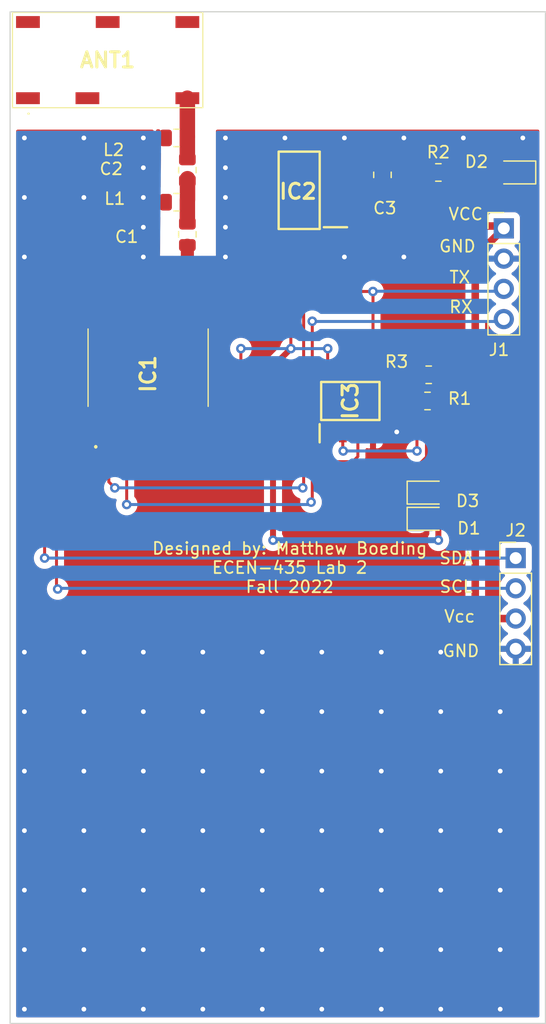
<source format=kicad_pcb>
(kicad_pcb (version 20211014) (generator pcbnew)
  (layers (0 "F.Cu" signal) (31 "B.Cu" signal) (34 "B.Paste" user) (35 "F.Paste" user) (36 "B.SilkS" user "B.Silkscreen") (37 "F.SilkS" user "F.Silkscreen") (38 "B.Mask" user) (39 "F.Mask" user) (44 "Edge.Cuts" user))
  (net 0 "")
  (net 3 "RF_IN")
  (net 7 "GND")
  (net 8 "Net-(R1-Pad1)")
  (net 9 "Net-(D2-Pad2)")
  (net 10 "Net-(D3-Pad1)")
  (net 11 "TXD")
  (net 12 "RXD")
  (net 15 "+3V3")
  (net 19 "SDA")
  (net 20 "SCL")
  (net 22 "VCC")
  (net 23 "Net-(IC3-Pad1)")
  (net 24 "Net-(IC3-Pad6)")
  (net 25 "Net-(ANT1-Pad3)")
  (net 26 "Net-(C1-Pad2)")
  (footprint "Resistor_SMD:R_0805_2012Metric" (layer "F.Cu") (at 124.7 57.9 -90)
    (fp_text reference "C3" (at 2.8 -0.2 180) (layer "F.SilkS"))
    (fp_text value "C")
    (fp_line (start -0.227064 0.735) (end 0.227064 0.735) (layer "F.SilkS") (width 0.12))
    (fp_line (start -0.227064 -0.735) (end 0.227064 -0.735) (layer "F.SilkS") (width 0.12))
    (pad "1" smd roundrect (at -0.9125 0 270) (size 1.025 1.4) (layers "F.Cu" "F.Paste" "F.Mask") (roundrect_rratio 0.243902439) (net 15 "+3V3"))
    (pad "2" smd roundrect (at 0.9125 0 270) (size 1.025 1.4) (layers "F.Cu" "F.Paste" "F.Mask") (roundrect_rratio 0.243902439) (net 7 "GND"))
  )
  (footprint "Connector_PinHeader_2.54mm:PinHeader_1x04_P2.54mm_Vertical" (layer "F.Cu") (at 134.9 62.4)
    (fp_text reference "J1" (at -0.4 10.2) (layer "F.SilkS"))
    (fp_text value "Conn_01x04_Male" hide)
    (fp_line (start 1.33 1.27) (end 1.33 8.95) (layer "F.SilkS") (width 0.12))
    (fp_line (start -1.33 0) (end -1.33 -1.33) (layer "F.SilkS") (width 0.12))
    (fp_line (start -1.33 8.95) (end 1.33 8.95) (layer "F.SilkS") (width 0.12))
    (fp_line (start -1.33 -1.33) (end 0 -1.33) (layer "F.SilkS") (width 0.12))
    (fp_line (start -1.33 1.27) (end 1.33 1.27) (layer "F.SilkS") (width 0.12))
    (fp_line (start -1.33 1.27) (end -1.33 8.95) (layer "F.SilkS") (width 0.12))
    (pad "1" thru_hole rect (at 0 0) (size 1.7 1.7) (drill 1) (layers *.Cu *.Mask) (net 22 "VCC"))
    (pad "2" thru_hole oval (at 0 2.54) (size 1.7 1.7) (drill 1) (layers *.Cu *.Mask) (net 7 "GND"))
    (pad "3" thru_hole oval (at 0 5.08) (size 1.7 1.7) (drill 1) (layers *.Cu *.Mask) (net 11 "TXD"))
    (pad "4" thru_hole oval (at 0 7.62) (size 1.7 1.7) (drill 1) (layers *.Cu *.Mask) (net 12 "RXD"))
  )
  (footprint "Resistor_SMD:R_0805_2012Metric" (layer "F.Cu") (at 108.3 57.5 90)
    (fp_text reference "C2" (at 0.1 -6.4 180) (layer "F.SilkS"))
    (fp_text value "C")
    (fp_line (start -0.227064 0.735) (end 0.227064 0.735) (layer "F.SilkS") (width 0.12))
    (fp_line (start -0.227064 -0.735) (end 0.227064 -0.735) (layer "F.SilkS") (width 0.12))
    (pad "1" smd roundrect (at -0.9125 0 90) (size 1.025 1.4) (layers "F.Cu" "F.Paste" "F.Mask") (roundrect_rratio 0.243902439) (net 26 "Net-(C1-Pad2)"))
    (pad "2" smd roundrect (at 0.9125 0 90) (size 1.025 1.4) (layers "F.Cu" "F.Paste" "F.Mask") (roundrect_rratio 0.243902439) (net 25 "Net-(ANT1-Pad3)"))
  )
  (footprint "Resistor_SMD:R_0805_2012Metric" (layer "F.Cu") (at 107.4 54.8 180)
    (fp_text reference "L2" (at 5.3 -1 180) (layer "F.SilkS"))
    (fp_text value "INDUCTOR")
    (fp_line (start -0.227064 -0.735) (end 0.227064 -0.735) (layer "F.SilkS") (width 0.12))
    (fp_line (start -0.227064 0.735) (end 0.227064 0.735) (layer "F.SilkS") (width 0.12))
    (pad "1" smd roundrect (at -0.9125 0 180) (size 1.025 1.4) (layers "F.Cu" "F.Paste" "F.Mask") (roundrect_rratio 0.243902439) (net 25 "Net-(ANT1-Pad3)"))
    (pad "2" smd roundrect (at 0.9125 0 180) (size 1.025 1.4) (layers "F.Cu" "F.Paste" "F.Mask") (roundrect_rratio 0.243902439) (net 7 "GND"))
  )
  (footprint "Connector_PinHeader_2.54mm:PinHeader_1x04_P2.54mm_Vertical" (layer "F.Cu") (at 135.9 90.1)
    (fp_text reference "J2" (at 0 -2.33) (layer "F.SilkS"))
    (fp_text value "Conn_01x04_Male")
    (fp_line (start 1.33 1.27) (end 1.33 8.95) (layer "F.SilkS") (width 0.12))
    (fp_line (start -1.33 8.95) (end 1.33 8.95) (layer "F.SilkS") (width 0.12))
    (fp_line (start -1.33 1.27) (end 1.33 1.27) (layer "F.SilkS") (width 0.12))
    (fp_line (start -1.33 1.27) (end -1.33 8.95) (layer "F.SilkS") (width 0.12))
    (fp_line (start -1.33 -1.33) (end 0 -1.33) (layer "F.SilkS") (width 0.12))
    (fp_line (start -1.33 0) (end -1.33 -1.33) (layer "F.SilkS") (width 0.12))
    (pad "1" thru_hole rect (at 0 0) (size 1.7 1.7) (drill 1) (layers *.Cu *.Mask) (net 19 "SDA"))
    (pad "2" thru_hole oval (at 0 2.54) (size 1.7 1.7) (drill 1) (layers *.Cu *.Mask) (net 20 "SCL"))
    (pad "3" thru_hole oval (at 0 5.08) (size 1.7 1.7) (drill 1) (layers *.Cu *.Mask) (net 22 "VCC"))
    (pad "4" thru_hole oval (at 0 7.62) (size 1.7 1.7) (drill 1) (layers *.Cu *.Mask) (net 7 "GND"))
  )
  (footprint "LED_SMD:LED_0805_2012Metric" (layer "F.Cu") (at 128.4625 86.8)
    (fp_text reference "D1" (at 3.499994 0.800004) (layer "F.SilkS"))
    (fp_text value "LED" hide)
    (fp_line (start -1.685 -0.96) (end -1.685 0.96) (layer "F.SilkS") (width 0.12))
    (fp_line (start -1.685 0.96) (end 1 0.96) (layer "F.SilkS") (width 0.12))
    (fp_line (start 1 -0.96) (end -1.685 -0.96) (layer "F.SilkS") (width 0.12))
    (pad "1" smd roundrect (at -0.9375 0) (size 0.975 1.4) (layers "F.Cu" "F.Paste" "F.Mask") (net 8 "Net-(R1-Pad1)"))
    (pad "2" smd roundrect (at 0.9375 0) (size 0.975 1.4) (layers "F.Cu" "F.Paste" "F.Mask") (net 15 "+3V3"))
  )
  (footprint "Resistor_SMD:R_0805_2012Metric" (layer "F.Cu") (at 129.4 57.7)
    (fp_text reference "R2" (at 0 -1.7) (layer "F.SilkS"))
    (fp_text value "R" hide)
    (fp_line (start -0.227064 0.735) (end 0.227064 0.735) (layer "F.SilkS") (width 0.12))
    (fp_line (start -0.227064 -0.735) (end 0.227064 -0.735) (layer "F.SilkS") (width 0.12))
    (pad "1" smd roundrect (at -0.9125 0) (size 1.025 1.4) (layers "F.Cu" "F.Paste" "F.Mask") (roundrect_rratio 0.243902439) (net 15 "+3V3"))
    (pad "2" smd roundrect (at 0.9125 0) (size 1.025 1.4) (layers "F.Cu" "F.Paste" "F.Mask") (roundrect_rratio 0.243902439) (net 9 "Net-(D2-Pad2)"))
  )
  (footprint "Resistor_SMD:R_0805_2012Metric" (layer "F.Cu") (at 107.4 60.2 180)
    (fp_text reference "L1" (at 5.2 0.3 180) (layer "F.SilkS"))
    (fp_text value "INDUCTOR")
    (fp_line (start -0.227064 0.735) (end 0.227064 0.735) (layer "F.SilkS") (width 0.12))
    (fp_line (start -0.227064 -0.735) (end 0.227064 -0.735) (layer "F.SilkS") (width 0.12))
    (pad "1" smd roundrect (at -0.9125 0 180) (size 1.025 1.4) (layers "F.Cu" "F.Paste" "F.Mask") (roundrect_rratio 0.243902439) (net 26 "Net-(C1-Pad2)"))
    (pad "2" smd roundrect (at 0.9125 0 180) (size 1.025 1.4) (layers "F.Cu" "F.Paste" "F.Mask") (roundrect_rratio 0.243902439) (net 7 "GND"))
  )
  (footprint "LED_SMD:LED_0805_2012Metric" (layer "F.Cu") (at 128.4625 84.6)
    (fp_text reference "D3" (at 3.399994 0.7) (layer "F.SilkS"))
    (fp_text value "LED" hide)
    (fp_line (start -1.685 0.96) (end 1 0.96) (layer "F.SilkS") (width 0.12))
    (fp_line (start 1 -0.96) (end -1.685 -0.96) (layer "F.SilkS") (width 0.12))
    (fp_line (start -1.685 -0.96) (end -1.685 0.96) (layer "F.SilkS") (width 0.12))
    (pad "1" smd roundrect (at -0.9375 0) (size 0.975 1.4) (layers "F.Cu" "F.Paste" "F.Mask") (net 10 "Net-(D3-Pad1)"))
    (pad "2" smd roundrect (at 0.9375 0) (size 0.975 1.4) (layers "F.Cu" "F.Paste" "F.Mask") (net 15 "+3V3"))
  )
  (footprint "LibraryLoader:MAX8C0" (layer "F.Cu") (at 105 74.1 -90)
    (fp_text reference "IC1" (at 0.525 0 90) (layer "F.SilkS") (effects (font (size 1.27 1.27) (thickness 0.254))))
    (fp_text value "MAX-8C-0" hide)
    (fp_line (start -3.25 5.05) (end 3.25 5.05) (layer "F.SilkS") (width 0.1))
    (fp_line (start 3.25 -5.05) (end 3.25 -5.05) (layer "F.SilkS") (width 0.1))
    (fp_line (start 6.7 4.4) (end 6.7 4.4) (layer "F.SilkS") (width 0.2))
    (fp_line (start 3.25 5.05) (end -3.25 5.05) (layer "F.SilkS") (width 0.1))
    (fp_line (start 6.6 4.4) (end 6.7 4.4) (layer "F.SilkS") (width 0.2))
    (fp_line (start -3.25 -5.05) (end 3.25 -5.05) (layer "F.SilkS") (width 0.1))
    (fp_line (start 3.25 5.05) (end 3.25 5.05) (layer "F.SilkS") (width 0.1))
    (fp_line (start -3.25 -5.05) (end -3.25 -5.05) (layer "F.SilkS") (width 0.1))
    (fp_line (start 6.6 4.4) (end 6.6 4.4) (layer "F.SilkS") (width 0.2))
    (fp_line (start -3.25 5.05) (end -3.25 5.05) (layer "F.SilkS") (width 0.1))
    (fp_line (start 3.25 -5.05) (end -3.25 -5.05) (layer "F.SilkS") (width 0.1))
    (fp_arc (start 6.7 4.4) (mid 6.65 4.45) (end 6.6 4.4) (layer "F.SilkS") (width 0.2))
    (fp_arc (start 6.6 4.4) (mid 6.65 4.35) (end 6.7 4.4) (layer "F.SilkS") (width 0.2))
    (pad "1" smd rect locked (at 4.75 4.4) (size 0.8 1.8) (layers "F.Cu" "F.Paste" "F.Mask") (net 7 "GND"))
    (pad "2" smd rect locked (at 4.75 3.3) (size 0.8 1.8) (layers "F.Cu" "F.Paste" "F.Mask") (net 11 "TXD"))
    (pad "3" smd rect locked (at 4.75 2.2) (size 0.8 1.8) (layers "F.Cu" "F.Paste" "F.Mask") (net 12 "RXD"))
    (pad "4" smd rect locked (at 4.75 1.1) (size 0.8 1.8) (layers "F.Cu" "F.Paste" "F.Mask"))
    (pad "5" smd rect locked (at 4.75 0) (size 0.8 1.8) (layers "F.Cu" "F.Paste" "F.Mask"))
    (pad "6" smd rect locked (at 4.75 -1.1) (size 0.8 1.8) (layers "F.Cu" "F.Paste" "F.Mask") (net 15 "+3V3"))
    (pad "7" smd rect locked (at 4.75 -2.2) (size 0.8 1.8) (layers "F.Cu" "F.Paste" "F.Mask") (net 15 "+3V3"))
    (pad "8" smd rect locked (at 4.75 -3.3) (size 0.8 1.8) (layers "F.Cu" "F.Paste" "F.Mask") (net 15 "+3V3"))
    (pad "9" smd rect locked (at 4.75 -4.4) (size 0.8 1.8) (layers "F.Cu" "F.Paste" "F.Mask"))
    (pad "10" smd rect locked (at -4.75 -4.4) (size 0.8 1.8) (layers "F.Cu" "F.Paste" "F.Mask") (net 7 "GND"))
    (pad "11" smd rect locked (at -4.75 -3.3) (size 0.8 1.8) (layers "F.Cu" "F.Paste" "F.Mask") (net 3 "RF_IN"))
    (pad "12" smd rect locked (at -4.75 -2.2) (size 0.8 1.8) (layers "F.Cu" "F.Paste" "F.Mask") (net 7 "GND"))
    (pad "13" smd rect locked (at -4.75 -1.1) (size 0.8 1.8) (layers "F.Cu" "F.Paste" "F.Mask"))
    (pad "14" smd rect locked (at -4.75 0) (size 0.8 1.8) (layers "F.Cu" "F.Paste" "F.Mask"))
    (pad "15" smd rect locked (at -4.75 1.1) (size 0.8 1.8) (layers "F.Cu" "F.Paste" "F.Mask") (net 7 "GND"))
    (pad "16" smd rect locked (at -4.75 2.2) (size 0.8 1.8) (layers "F.Cu" "F.Paste" "F.Mask") (net 19 "SDA"))
    (pad "17" smd rect locked (at -4.75 3.3) (size 0.8 1.8) (layers "F.Cu" "F.Paste" "F.Mask") (net 20 "SCL"))
    (pad "18" smd rect locked (at -4.75 4.4) (size 0.8 1.8) (layers "F.Cu" "F.Paste" "F.Mask"))
  )
  (footprint "LED_SMD:LED_0805_2012Metric" (layer "F.Cu") (at 135.9 57.7 180)
    (fp_text reference "D2" (at 3.299995 0.900012) (layer "F.SilkS"))
    (fp_text value "LED" hide)
    (fp_line (start -1.685 0.96) (end 1 0.96) (layer "F.SilkS") (width 0.12))
    (fp_line (start 1 -0.96) (end -1.685 -0.96) (layer "F.SilkS") (width 0.12))
    (fp_line (start -1.685 -0.96) (end -1.685 0.96) (layer "F.SilkS") (width 0.12))
    (pad "1" smd roundrect (at -0.9375 0 180) (size 0.975 1.4) (layers "F.Cu" "F.Paste" "F.Mask") (net 7 "GND"))
    (pad "2" smd roundrect (at 0.9375 0 180) (size 0.975 1.4) (layers "F.Cu" "F.Paste" "F.Mask") (net 9 "Net-(D2-Pad2)"))
  )
  (footprint "LibraryLoader:SOIC127P600X175-8N" (layer "F.Cu") (at 122 76.9 90)
    (fp_text reference "IC3" (at 0 0 90) (layer "F.SilkS") (effects (font (size 1.27 1.27) (thickness 0.254))))
    (fp_text value "LM358D" hide)
    (fp_line (start 1.598 2.452) (end -1.598 2.452) (layer "F.SilkS") (width 0.2))
    (fp_line (start 1.598 -2.452) (end 1.598 2.452) (layer "F.SilkS") (width 0.2))
    (fp_line (start -1.598 2.452) (end -1.598 -2.452) (layer "F.SilkS") (width 0.2))
    (fp_line (start -1.598 -2.452) (end 1.598 -2.452) (layer "F.SilkS") (width 0.2))
    (fp_line (start -3.475 -2.58) (end -1.948 -2.58) (layer "F.SilkS") (width 0.2))
    (pad "1" smd rect locked (at -2.711 -1.905 180) (size 0.65 1.528) (layers "F.Cu" "F.Paste" "F.Mask") (net 23 "Net-(IC3-Pad1)"))
    (pad "2" smd rect locked (at -2.711 -0.635 180) (size 0.65 1.528) (layers "F.Cu" "F.Paste" "F.Mask") (net 23 "Net-(IC3-Pad1)"))
    (pad "3" smd rect locked (at -2.711 0.635 180) (size 0.65 1.528) (layers "F.Cu" "F.Paste" "F.Mask") (net 12 "RXD"))
    (pad "4" smd rect locked (at -2.711 1.905 180) (size 0.65 1.528) (layers "F.Cu" "F.Paste" "F.Mask") (net 7 "GND"))
    (pad "5" smd rect locked (at 2.711 1.905 180) (size 0.65 1.528) (layers "F.Cu" "F.Paste" "F.Mask") (net 11 "TXD"))
    (pad "6" smd rect locked (at 2.711 0.635 180) (size 0.65 1.528) (layers "F.Cu" "F.Paste" "F.Mask") (net 24 "Net-(IC3-Pad6)"))
    (pad "7" smd rect locked (at 2.711 -0.635 180) (size 0.65 1.528) (layers "F.Cu" "F.Paste" "F.Mask") (net 24 "Net-(IC3-Pad6)"))
    (pad "8" smd rect locked (at 2.711 -1.905 180) (size 0.65 1.528) (layers "F.Cu" "F.Paste" "F.Mask") (net 15 "+3V3"))
  )
  (footprint "LibraryLoader:SR4G053" (layer "F.Cu") (at 101.6 48.26)
    (fp_text reference "ANT1" (at 0 0) (layer "F.SilkS") (effects (font (size 1.27 1.27) (thickness 0.254))))
    (fp_text value "SR4G053" hide)
    (fp_line (start 8 4) (end -8 4) (layer "F.SilkS") (width 0.1))
    (fp_line (start -6.6 4.5) (end -6.6 4.5) (layer "F.SilkS") (width 0.1))
    (fp_line (start 8 -4) (end 8 4) (layer "F.SilkS") (width 0.1))
    (fp_line (start -8 -4) (end 8 -4) (layer "F.SilkS") (width 0.1))
    (fp_line (start -6.7 4.5) (end -6.7 4.5) (layer "F.SilkS") (width 0.1))
    (fp_line (start -8 4) (end -8 -4) (layer "F.SilkS") (width 0.1))
    (fp_arc (start -6.7 4.5) (mid -6.65 4.45) (end -6.6 4.5) (layer "F.SilkS") (width 0.1))
    (fp_arc (start -6.6 4.5) (mid -6.65 4.55) (end -6.7 4.5) (layer "F.SilkS") (width 0.1))
    (pad "1" smd rect locked (at -6.7 3.2 90) (size 1 2) (layers "F.Cu" "F.Paste" "F.Mask"))
    (pad "2" smd rect locked (at -1.7 3.2 90) (size 1 2) (layers "F.Cu" "F.Paste" "F.Mask"))
    (pad "3" smd rect locked (at 6.7 3.2 90) (size 1 2) (layers "F.Cu" "F.Paste" "F.Mask") (net 25 "Net-(ANT1-Pad3)"))
    (pad "4" smd rect locked (at 6.7 -3.2 90) (size 1 2) (layers "F.Cu" "F.Paste" "F.Mask"))
    (pad "5" smd rect locked (at 0 -3.2 90) (size 1 2) (layers "F.Cu" "F.Paste" "F.Mask"))
    (pad "6" smd rect locked (at -6.7 -3.2 90) (size 1 2) (layers "F.Cu" "F.Paste" "F.Mask"))
  )
  (footprint "Resistor_SMD:R_0805_2012Metric" (layer "F.Cu") (at 128.5875 74.7)
    (fp_text reference "R3" (at -2.7 -1.1) (layer "F.SilkS"))
    (fp_text value "R" hide)
    (fp_line (start -0.227064 0.735) (end 0.227064 0.735) (layer "F.SilkS") (width 0.12))
    (fp_line (start -0.227064 -0.735) (end 0.227064 -0.735) (layer "F.SilkS") (width 0.12))
    (pad "1" smd roundrect (at -0.9125 0) (size 1.025 1.4) (layers "F.Cu" "F.Paste" "F.Mask") (roundrect_rratio 0.243902439) (net 24 "Net-(IC3-Pad6)"))
    (pad "2" smd roundrect (at 0.9125 0) (size 1.025 1.4) (layers "F.Cu" "F.Paste" "F.Mask") (roundrect_rratio 0.243902439) (net 10 "Net-(D3-Pad1)"))
  )
  (footprint "Resistor_SMD:R_0805_2012Metric" (layer "F.Cu") (at 128.4875 76.9 180)
    (fp_text reference "R1" (at -2.7 0.2) (layer "F.SilkS"))
    (fp_text value "R" hide)
    (fp_line (start -0.227064 -0.735) (end 0.227064 -0.735) (layer "F.SilkS") (width 0.12))
    (fp_line (start -0.227064 0.735) (end 0.227064 0.735) (layer "F.SilkS") (width 0.12))
    (pad "1" smd roundrect (at -0.9125 0 180) (size 1.025 1.4) (layers "F.Cu" "F.Paste" "F.Mask") (roundrect_rratio 0.243902439) (net 8 "Net-(R1-Pad1)"))
    (pad "2" smd roundrect (at 0.9125 0 180) (size 1.025 1.4) (layers "F.Cu" "F.Paste" "F.Mask") (roundrect_rratio 0.243902439) (net 23 "Net-(IC3-Pad1)"))
  )
  (footprint "LibraryLoader:SOT230P700X180-4N" (layer "F.Cu") (at 117.7 59.2 180)
    (fp_text reference "IC2" (at 0.1 -0.1) (layer "F.SilkS") (effects (font (size 1.27 1.27) (thickness 0.254))))
    (fp_text value "TC1108-3.3VDBTR" hide)
    (fp_line (start -1.725 -3.25) (end 1.725 -3.25) (layer "F.SilkS") (width 0.2))
    (fp_line (start 1.725 -3.25) (end 1.725 3.25) (layer "F.SilkS") (width 0.2))
    (fp_line (start -1.725 3.25) (end -1.725 -3.25) (layer "F.SilkS") (width 0.2))
    (fp_line (start -4.025 -3.1) (end -2.075 -3.1) (layer "F.SilkS") (width 0.2))
    (fp_line (start 1.725 3.25) (end -1.725 3.25) (layer "F.SilkS") (width 0.2))
    (pad "1" smd rect locked (at -3.05 -2.3 270) (size 0.9 1.95) (layers "F.Cu" "F.Paste" "F.Mask") (net 22 "VCC"))
    (pad "2" smd rect locked (at -3.05 0 270) (size 0.9 1.95) (layers "F.Cu" "F.Paste" "F.Mask") (net 7 "GND"))
    (pad "3" smd rect locked (at -3.05 2.3 270) (size 0.9 1.95) (layers "F.Cu" "F.Paste" "F.Mask") (net 15 "+3V3"))
    (pad "4" smd rect locked (at 3.05 0 180) (size 1.95 3.2) (layers "F.Cu" "F.Paste" "F.Mask") (net 7 "GND"))
  )
  (footprint "Resistor_SMD:R_0805_2012Metric" (layer "F.Cu") (at 108.3 62.9 90)
    (fp_text reference "C1" (at -0.2 -5.1 180) (layer "F.SilkS"))
    (fp_text value "C")
    (fp_line (start -0.227064 -0.735) (end 0.227064 -0.735) (layer "F.SilkS") (width 0.12))
    (fp_line (start -0.227064 0.735) (end 0.227064 0.735) (layer "F.SilkS") (width 0.12))
    (pad "1" smd roundrect (at -0.9125 0 90) (size 1.025 1.4) (layers "F.Cu" "F.Paste" "F.Mask") (roundrect_rratio 0.243902439) (net 3 "RF_IN"))
    (pad "2" smd roundrect (at 0.9125 0 90) (size 1.025 1.4) (layers "F.Cu" "F.Paste" "F.Mask") (roundrect_rratio 0.243902439) (net 26 "Net-(C1-Pad2)"))
  )
  (gr_rect (start 93.4 44.2) (end 138.4 129.2) (layer "Edge.Cuts") (width 0.1) (fill none))
  (gr_text "GND" (at 131.3 97.9) (layer "F.SilkS") (effects (font (size 1 1))))
  (gr_text "SDA" (at 130.9 90.1) (layer "F.SilkS") (effects (font (size 1 1))))
  (gr_text "Designed by: Matthew Boeding\nECEN-435 Lab 2\nFall 2022" (at 116.9 90.9) (layer "F.SilkS") (effects (font (size 1 1))))
  (gr_text "VCC" (at 131.7 61.2) (layer "F.SilkS") (effects (font (size 1 1))))
  (gr_text "GND" (at 131 63.9) (layer "F.SilkS") (effects (font (size 1 1))))
  (gr_text "Vcc" (at 131.186263 95) (layer "F.SilkS") (effects (font (size 1 1))))
  (gr_text "RX" (at 131.3 69) (layer "F.SilkS") (effects (font (size 1 1))))
  (gr_text "SCL" (at 130.9 92.5) (layer "F.SilkS") (effects (font (size 1 1))))
  (gr_text "TX" (at 131.2 66.5) (layer "F.SilkS") (effects (font (size 1 1))))
  (segment (start 108.300012 69.349988) (end 108.300005 69.349995) (width 0.635) (layer "F.Cu") (net 3))
  (segment (start 108.300012 63.812496) (end 108.300012 69.349988) (width 1.1) (layer "F.Cu") (net 3))
  (segment (start 106.4875 60.2) (end 105.8 60.8875) (width 0.25) (layer "F.Cu") (net 7))
  (segment (start 105.8 60.8875) (end 105.8 54.2) (width 0.25) (layer "F.Cu") (net 7))
  (segment (start 105.8 54.2) (end 105.8875 54.2) (width 0.25) (layer "F.Cu") (net 7))
  (segment (start 124.3125 59.2) (end 124.7 58.8125) (width 0.25) (layer "F.Cu") (net 7))
  (segment (start 120.75 59.2) (end 124.3125 59.2) (width 0.25) (layer "F.Cu") (net 7))
  (segment (start 105.8875 54.2) (end 106.4875 54.8) (width 0.25) (layer "F.Cu") (net 7))
  (via (at 136.5 54.8) (size 0.8) (drill 0.4) (layers "F.Cu" "B.Cu") (net 7))
  (via (at 124.6 113) (size 0.8) (drill 0.4) (layers "F.Cu" "B.Cu") (net 7))
  (via (at 109.6 108) (size 0.8) (drill 0.4) (layers "F.Cu" "B.Cu") (net 7))
  (via (at 94.6 128) (size 0.8) (drill 0.4) (layers "F.Cu" "B.Cu") (net 7))
  (via (at 109.6 113) (size 0.8) (drill 0.4) (layers "F.Cu" "B.Cu") (net 7))
  (via (at 104.6 118) (size 0.8) (drill 0.4) (layers "F.Cu" "B.Cu") (net 7))
  (via (at 111.5 59.8) (size 0.8) (drill 0.4) (layers "F.Cu" "B.Cu") (net 7))
  (via (at 94.6 113) (size 0.8) (drill 0.4) (layers "F.Cu" "B.Cu") (net 7))
  (via (at 99.6 54.8) (size 0.8) (drill 0.4) (layers "F.Cu" "B.Cu") (net 7))
  (via (at 126.5 54.8) (size 0.8) (drill 0.4) (layers "F.Cu" "B.Cu") (net 7))
  (via (at 121.5 64.8) (size 0.8) (drill 0.4) (layers "F.Cu" "B.Cu") (net 7))
  (via (at 134.6 128) (size 0.8) (drill 0.4) (layers "F.Cu" "B.Cu") (net 7))
  (via (at 99.6 123) (size 0.8) (drill 0.4) (layers "F.Cu" "B.Cu") (net 7))
  (via (at 124.6 118) (size 0.8) (drill 0.4) (layers "F.Cu" "B.Cu") (net 7))
  (via (at 94.6 54.8) (size 0.8) (drill 0.4) (layers "F.Cu" "B.Cu") (net 7))
  (via (at 119.6 113) (size 0.8) (drill 0.4) (layers "F.Cu" "B.Cu") (net 7))
  (via (at 129.6 123) (size 0.8) (drill 0.4) (layers "F.Cu" "B.Cu") (net 7))
  (via (at 104.6 59.8) (size 0.8) (drill 0.4) (layers "F.Cu" "B.Cu") (net 7))
  (via (at 109.6 128) (size 0.8) (drill 0.4) (layers "F.Cu" "B.Cu") (net 7))
  (via (at 99.6 98) (size 0.8) (drill 0.4) (layers "F.Cu" "B.Cu") (net 7))
  (via (at 119.6 98) (size 0.8) (drill 0.4) (layers "F.Cu" "B.Cu") (net 7))
  (via (at 109.6 103) (size 0.8) (drill 0.4) (layers "F.Cu" "B.Cu") (net 7))
  (via (at 134.6 123) (size 0.8) (drill 0.4) (layers "F.Cu" "B.Cu") (net 7))
  (via (at 114.6 108) (size 0.8) (drill 0.4) (layers "F.Cu" "B.Cu") (net 7))
  (via (at 104.6 98) (size 0.8) (drill 0.4) (layers "F.Cu" "B.Cu") (net 7))
  (via (at 94.6 98) (size 0.8) (drill 0.4) (layers "F.Cu" "B.Cu") (net 7))
  (via (at 111.5 54.8) (size 0.8) (drill 0.4) (layers "F.Cu" "B.Cu") (net 7))
  (via (at 124.6 108) (size 0.8) (drill 0.4) (layers "F.Cu" "B.Cu") (net 7))
  (via (at 114.6 128) (size 0.8) (drill 0.4) (layers "F.Cu" "B.Cu") (net 7))
  (via (at 104.6 103) (size 0.8) (drill 0.4) (layers "F.Cu" "B.Cu") (net 7))
  (via (at 129.6 103) (size 0.8) (drill 0.4) (layers "F.Cu" "B.Cu") (net 7))
  (via (at 99.6 113) (size 0.8) (drill 0.4) (layers "F.Cu" "B.Cu") (net 7))
  (via (at 104.6 62.3) (size 0.8) (drill 0.4) (layers "F.Cu" "B.Cu") (net 7))
  (via (at 104.6 57.3) (size 0.8) (drill 0.4) (layers "F.Cu" "B.Cu") (net 7))
  (via (at 111.5 62.3) (size 0.8) (drill 0.4) (layers "F.Cu" "B.Cu") (net 7))
  (via (at 109.6 118) (size 0.8) (drill 0.4) (layers "F.Cu" "B.Cu") (net 7))
  (via (at 104.6 54.8) (size 0.8) (drill 0.4) (layers "F.Cu" "B.Cu") (net 7))
  (via (at 94.6 59.8) (size 0.8) (drill 0.4) (layers "F.Cu" "B.Cu") (net 7))
  (via (at 114.6 103) (size 0.8) (drill 0.4) (layers "F.Cu" "B.Cu") (net 7))
  (via (at 119.6 118) (size 0.8) (drill 0.4) (layers "F.Cu" "B.Cu") (net 7))
  (via (at 119.6 108) (size 0.8) (drill 0.4) (layers "F.Cu" "B.Cu") (net 7))
  (via (at 129.6 118) (size 0.8) (drill 0.4) (layers "F.Cu" "B.Cu") (net 7))
  (via (at 94.6 108) (size 0.8) (drill 0.4) (layers "F.Cu" "B.Cu") (net 7))
  (via (at 124.6 128) (size 0.8) (drill 0.4) (layers "F.Cu" "B.Cu") (net 7))
  (via (at 111.5 57.3) (size 0.8) (drill 0.4) (layers "F.Cu" "B.Cu") (net 7))
  (via (at 114.6 98) (size 0.8) (drill 0.4) (layers "F.Cu" "B.Cu") (net 7))
  (via (at 114.6 113) (size 0.8) (drill 0.4) (layers "F.Cu" "B.Cu") (net 7))
  (via (at 99.6 118) (size 0.8) (drill 0.4) (layers "F.Cu" "B.Cu") (net 7))
  (via (at 129.6 113) (size 0.8) (drill 0.4) (layers "F.Cu" "B.Cu") (net 7))
  (via (at 94.6 64.8) (size 0.8) (drill 0.4) (layers "F.Cu" "B.Cu") (net 7))
  (via (at 99.6 59.8) (size 0.8) (drill 0.4) (layers "F.Cu" "B.Cu") (net 7))
  (via (at 94.6 103) (size 0.8) (drill 0.4) (layers "F.Cu" "B.Cu") (net 7))
  (via (at 119.6 123) (size 0.8) (drill 0.4) (layers "F.Cu" "B.Cu") (net 7))
  (via (at 99.6 128) (size 0.8) (drill 0.4) (layers "F.Cu" "B.Cu") (net 7))
  (via (at 124.6 98) (size 0.8) (drill 0.4) (layers "F.Cu" "B.Cu") (net 7))
  (via (at 94.6 118) (size 0.8) (drill 0.4) (layers "F.Cu" "B.Cu") (net 7))
  (via (at 104.6 113) (size 0.8) (drill 0.4) (layers "F.Cu" "B.Cu") (net 7))
  (via (at 104.6 64.8) (size 0.8) (drill 0.4) (layers "F.Cu" "B.Cu") (net 7))
  (via (at 124.6 103) (size 0.8) (drill 0.4) (layers "F.Cu" "B.Cu") (net 7))
  (via (at 129.6 98) (size 0.8) (drill 0.4) (layers "F.Cu" "B.Cu") (net 7))
  (via (at 104.6 108) (size 0.8) (drill 0.4) (layers "F.Cu" "B.Cu") (net 7))
  (via (at 94.6 123) (size 0.8) (drill 0.4) (layers "F.Cu" "B.Cu") (net 7))
  (via (at 134.6 118) (size 0.8) (drill 0.4) (layers "F.Cu" "B.Cu") (net 7))
  (via (at 121.5 54.8) (size 0.8) (drill 0.4) (layers "F.Cu" "B.Cu") (net 7))
  (via (at 129.6 108) (size 0.8) (drill 0.4) (layers "F.Cu" "B.Cu") (net 7))
  (via (at 125.9 79.5) (size 0.8) (drill 0.4) (layers "F.Cu" "B.Cu") (net 7))
  (via (at 111.5 64.8) (size 0.8) (drill 0.4) (layers "F.Cu" "B.Cu") (net 7))
  (via (at 126.5 64.8) (size 0.8) (drill 0.4) (layers "F.Cu" "B.Cu") (net 7))
  (via (at 99.6 103) (size 0.8) (drill 0.4) (layers "F.Cu" "B.Cu") (net 7))
  (via (at 119.6 128) (size 0.8) (drill 0.4) (layers "F.Cu" "B.Cu") (net 7))
  (via (at 109.6 123) (size 0.8) (drill 0.4) (layers "F.Cu" "B.Cu") (net 7))
  (via (at 104.6 128) (size 0.8) (drill 0.4) (layers "F.Cu" "B.Cu") (net 7))
  (via (at 134.6 108) (size 0.8) (drill 0.4) (layers "F.Cu" "B.Cu") (net 7))
  (via (at 114.6 123) (size 0.8) (drill 0.4) (layers "F.Cu" "B.Cu") (net 7))
  (via (at 114.6 118) (size 0.8) (drill 0.4) (layers "F.Cu" "B.Cu") (net 7))
  (via (at 124.6 123) (size 0.8) (drill 0.4) (layers "F.Cu" "B.Cu") (net 7))
  (via (at 109.6 98) (size 0.8) (drill 0.4) (layers "F.Cu" "B.Cu") (net 7))
  (via (at 131.5 54.8) (size 0.8) (drill 0.4) (layers "F.Cu" "B.Cu") (net 7))
  (via (at 134.6 103) (size 0.8) (drill 0.4) (layers "F.Cu" "B.Cu") (net 7))
  (via (at 119.6 103) (size 0.8) (drill 0.4) (layers "F.Cu" "B.Cu") (net 7))
  (via (at 116.5 54.8) (size 0.8) (drill 0.4) (layers "F.Cu" "B.Cu") (net 7))
  (via (at 129.6 128) (size 0.8) (drill 0.4) (layers "F.Cu" "B.Cu") (net 7))
  (via (at 134.6 113) (size 0.8) (drill 0.4) (layers "F.Cu" "B.Cu") (net 7))
  (via (at 104.6 123) (size 0.8) (drill 0.4) (layers "F.Cu" "B.Cu") (net 7))
  (via (at 99.6 108) (size 0.8) (drill 0.4) (layers "F.Cu" "B.Cu") (net 7))
  (segment (start 127.525 86.8) (end 128.4 85.925) (width 0.25) (layer "F.Cu") (net 8))
  (segment (start 129.4 81.3) (end 129.4 76.9) (width 0.25) (layer "F.Cu") (net 8))
  (segment (start 128.4 82.3) (end 129.4 81.3) (width 0.25) (layer "F.Cu") (net 8))
  (segment (start 128.4 85.925) (end 128.4 82.3) (width 0.25) (layer "F.Cu") (net 8))
  (segment (start 130.3125 57.7) (end 135.1625 57.7) (width 0.25) (layer "F.Cu") (net 9))
  (segment (start 128.4 81.6) (end 127.525 82.475) (width 0.25) (layer "F.Cu") (net 10))
  (segment (start 128.4 75.8) (end 128.4 76.200007) (width 0.25) (layer "F.Cu") (net 10))
  (segment (start 128.41202 76.212027) (end 128.41202 77.587973) (width 0.25) (layer "F.Cu") (net 10))
  (segment (start 129.5 74.7) (end 128.4 75.8) (width 0.25) (layer "F.Cu") (net 10))
  (segment (start 128.41202 77.587973) (end 128.4 77.599993) (width 0.25) (layer "F.Cu") (net 10))
  (segment (start 128.4 76.200007) (end 128.41202 76.212027) (width 0.25) (layer "F.Cu") (net 10))
  (segment (start 128.4 77.599993) (end 128.4 81.6) (width 0.25) (layer "F.Cu") (net 10))
  (segment (start 127.525 82.475) (end 127.525 84.6) (width 0.25) (layer "F.Cu") (net 10))
  (segment (start 118 84.2) (end 118.075489 84.124511) (width 0.25) (layer "F.Cu") (net 11))
  (segment (start 101.7 78.85) (end 101.7 83.7) (width 0.25) (layer "F.Cu") (net 11))
  (segment (start 101.7 83.7) (end 102.2 84.2) (width 0.25) (layer "F.Cu") (net 11))
  (segment (start 118.075489 84.124511) (end 118.075489 68.324511) (width 0.25) (layer "F.Cu") (net 11))
  (segment (start 123.9 67.7) (end 123.905 67.705) (width 0.25) (layer "F.Cu") (net 11))
  (segment (start 118.075489 68.324511) (end 118.7 67.7) (width 0.25) (layer "F.Cu") (net 11))
  (segment (start 123.905 67.705) (end 123.905 74.189) (width 0.25) (layer "F.Cu") (net 11))
  (segment (start 118.7 67.7) (end 123.9 67.7) (width 0.25) (layer "F.Cu") (net 11))
  (via (at 118 84.2) (size 0.8) (drill 0.4) (layers "F.Cu" "B.Cu") (net 11))
  (via (at 102.2 84.2) (size 0.8) (drill 0.4) (layers "F.Cu" "B.Cu") (net 11))
  (via (at 123.9 67.7) (size 0.8) (drill 0.4) (layers "F.Cu" "B.Cu") (net 11))
  (segment (start 102.2 84.2) (end 118 84.2) (width 0.25) (layer "B.Cu") (net 11))
  (segment (start 123.92 67.68) (end 123.9 67.7) (width 0.25) (layer "B.Cu") (net 11))
  (segment (start 134.7 67.68) (end 123.92 67.68) (width 0.25) (layer "B.Cu") (net 11))
  (segment (start 102.8 80) (end 103.2 80.4) (width 0.25) (layer "F.Cu") (net 12))
  (segment (start 118.8 81.7) (end 118.8 75.7) (width 0.25) (layer "F.Cu") (net 12))
  (segment (start 103.2 80.4) (end 103.2 85.6) (width 0.25) (layer "F.Cu") (net 12))
  (segment (start 118.7 85.4) (end 118.8 85.3) (width 0.25) (layer "F.Cu") (net 12))
  (segment (start 122.635 81.565) (end 122.2 82) (width 0.25) (layer "F.Cu") (net 12))
  (segment (start 118.8 75.7) (end 118.8 70.2) (width 0.25) (layer "F.Cu") (net 12))
  (segment (start 122.2 82) (end 119.1 82) (width 0.25) (layer "F.Cu") (net 12))
  (segment (start 102.8 78.85) (end 102.8 80) (width 0.25) (layer "F.Cu") (net 12))
  (segment (start 118.8 85.3) (end 118.8 81.7) (width 0.25) (layer "F.Cu") (net 12))
  (segment (start 119.1 82) (end 118.8 81.7) (width 0.25) (layer "F.Cu") (net 12))
  (segment (start 122.635 79.611) (end 122.635 81.565) (width 0.25) (layer "F.Cu") (net 12))
  (via (at 118.8 70.2) (size 0.8) (drill 0.4) (layers "F.Cu" "B.Cu") (net 12))
  (via (at 103.2 85.6) (size 0.8) (drill 0.4) (layers "F.Cu" "B.Cu") (net 12))
  (via (at 118.7 85.4) (size 0.8) (drill 0.4) (layers "F.Cu" "B.Cu") (net 12))
  (segment (start 118.5 85.6) (end 118.7 85.4) (width 0.25) (layer "B.Cu") (net 12))
  (segment (start 103.2 85.6) (end 118.5 85.6) (width 0.25) (layer "B.Cu") (net 12))
  (segment (start 118.82 70.22) (end 118.8 70.2) (width 0.25) (layer "B.Cu") (net 12))
  (segment (start 134.7 70.22) (end 118.82 70.22) (width 0.25) (layer "B.Cu") (net 12))
  (segment (start 126.35 57.6) (end 128.3875 57.6) (width 0.25) (layer "F.Cu") (net 15))
  (segment (start 108.9 80.9) (end 111.8 80.9) (width 0.25) (layer "F.Cu") (net 15))
  (segment (start 129.4 84.6) (end 129.4 86.8) (width 1) (layer "F.Cu") (net 15))
  (segment (start 124.6125 56.9) (end 124.7 56.9875) (width 0.25) (layer "F.Cu") (net 15))
  (segment (start 124.7 56.9875) (end 125.7375 56.9875) (width 0.25) (layer "F.Cu") (net 15))
  (segment (start 106.1 78.85) (end 108.3 78.85) (width 0.25) (layer "F.Cu") (net 15))
  (segment (start 125.7375 56.9875) (end 126.35 57.6) (width 0.25) (layer "F.Cu") (net 15))
  (segment (start 108.3 80.3) (end 108.3 78.85) (width 0.25) (layer "F.Cu") (net 15))
  (segment (start 115.5 74) (end 117 72.5) (width 0.5) (layer "F.Cu") (net 15))
  (segment (start 120.095 74.189) (end 120.095 72.505) (width 0.25) (layer "F.Cu") (net 15))
  (segment (start 108.9 80.9) (end 108.3 80.3) (width 0.25) (layer "F.Cu") (net 15))
  (segment (start 111.8 80.9) (end 112.8 79.9) (width 0.25) (layer "F.Cu") (net 15))
  (segment (start 115.5 88.6) (end 115.5 74) (width 0.5) (layer "F.Cu") (net 15))
  (segment (start 129.4 86.8) (end 129.4 88.6) (width 0.5) (layer "F.Cu") (net 15))
  (segment (start 117 57.9) (end 117 72.5) (width 0.25) (layer "F.Cu") (net 15))
  (segment (start 120.75 56.9) (end 124.6125 56.9) (width 0.25) (layer "F.Cu") (net 15))
  (segment (start 118 56.9) (end 117 57.9) (width 0.25) (layer "F.Cu") (net 15))
  (segment (start 128.3875 57.6) (end 128.4875 57.7) (width 0.25) (layer "F.Cu") (net 15))
  (segment (start 120.095 72.505) (end 120.1 72.5) (width 0.25) (layer "F.Cu") (net 15))
  (segment (start 120.75 56.9) (end 118 56.9) (width 0.25) (layer "F.Cu") (net 15))
  (segment (start 112.8 79.9) (end 112.8 72.5) (width 0.25) (layer "F.Cu") (net 15))
  (via (at 112.8 72.5) (size 0.8) (drill 0.4) (layers "F.Cu" "B.Cu") (net 15))
  (via (at 117 72.5) (size 0.8) (drill 0.4) (layers "F.Cu" "B.Cu") (net 15))
  (via (at 129.4 88.6) (size 0.8) (drill 0.4) (layers "F.Cu" "B.Cu") (net 15))
  (via (at 115.5 88.6) (size 0.8) (drill 0.4) (layers "F.Cu" "B.Cu") (net 15))
  (via (at 120.1 72.5) (size 0.8) (drill 0.4) (layers "F.Cu" "B.Cu") (net 15))
  (segment (start 129.4 88.6) (end 115.5 88.6) (width 0.5) (layer "B.Cu") (net 15))
  (segment (start 117 72.5) (end 112.8 72.5) (width 0.25) (layer "B.Cu") (net 15))
  (segment (start 120.1 72.5) (end 117 72.5) (width 0.25) (layer "B.Cu") (net 15))
  (segment (start 102.8 66.6) (end 101.5 65.3) (width 0.25) (layer "F.Cu") (net 19))
  (segment (start 96.3 66.3) (end 96.3 90.1) (width 0.25) (layer "F.Cu") (net 19))
  (segment (start 101.5 65.3) (end 97.3 65.3) (width 0.25) (layer "F.Cu") (net 19))
  (segment (start 97.3 65.3) (end 96.3 66.3) (width 0.25) (layer "F.Cu") (net 19))
  (segment (start 102.8 69.35) (end 102.8 66.6) (width 0.25) (layer "F.Cu") (net 19))
  (via (at 96.3 90.1) (size 0.8) (drill 0.4) (layers "F.Cu" "B.Cu") (net 19))
  (segment (start 96.3 90.1) (end 135.9 90.1) (width 0.25) (layer "B.Cu") (net 19))
  (segment (start 101.7 67.3) (end 100.6 66.2) (width 0.25) (layer "F.Cu") (net 20))
  (segment (start 98 66.3) (end 97.3 67) (width 0.25) (layer "F.Cu") (net 20))
  (segment (start 97.3 70.8) (end 97.3 92.6) (width 0.25) (layer "F.Cu") (net 20))
  (segment (start 101.7 69.35) (end 101.7 67.3) (width 0.25) (layer "F.Cu") (net 20))
  (segment (start 100.6 66.2) (end 98.1 66.2) (width 0.25) (layer "F.Cu") (net 20))
  (segment (start 97.3 67) (end 97.3 70.8) (width 0.25) (layer "F.Cu") (net 20))
  (segment (start 97.3 92.6) (end 97.4 92.7) (width 0.25) (layer "F.Cu") (net 20))
  (segment (start 98.1 66.2) (end 98 66.3) (width 0.25) (layer "F.Cu") (net 20))
  (via (at 97.4 92.7) (size 0.8) (drill 0.4) (layers "F.Cu" "B.Cu") (net 20))
  (segment (start 97.4 92.7) (end 97.46 92.64) (width 0.25) (layer "B.Cu") (net 20))
  (segment (start 97.46 92.64) (end 135.9 92.64) (width 0.25) (layer "B.Cu") (net 20))
  (segment (start 120.75 61.5) (end 121.450003 62.200003) (width 0.635) (layer "F.Cu") (net 22))
  (segment (start 135.9 95.18) (end 133.58 95.18) (width 0.635) (layer "F.Cu") (net 22))
  (segment (start 132.5 64.8) (end 134.9 62.4) (width 0.635) (layer "F.Cu") (net 22))
  (segment (start 132.5 94.1) (end 132.5 64.8) (width 0.635) (layer "F.Cu") (net 22))
  (segment (start 134.7 62.2) (end 135.1 62.6) (width 0.25) (layer "F.Cu") (net 22))
  (segment (start 121.450003 62.200003) (end 134.7 62.200003) (width 0.635) (layer "F.Cu") (net 22))
  (segment (start 133.58 95.18) (end 132.5 94.1) (width 0.635) (layer "F.Cu") (net 22))
  (segment (start 121.365 81.065) (end 121.4 81.1) (width 0.25) (layer "F.Cu") (net 23))
  (segment (start 120.095 79.611) (end 121.365 79.611) (width 0.25) (layer "F.Cu") (net 23))
  (segment (start 121.365 79.611) (end 121.365 81.065) (width 0.25) (layer "F.Cu") (net 23))
  (segment (start 127.6 81.1) (end 127.6 76.925) (width 0.25) (layer "F.Cu") (net 23))
  (via (at 121.4 81.1) (size 0.8) (drill 0.4) (layers "F.Cu" "B.Cu") (net 23))
  (via (at 127.6 81.1) (size 0.8) (drill 0.4) (layers "F.Cu" "B.Cu") (net 23))
  (segment (start 121.4 81.1) (end 127.6 81.1) (width 0.25) (layer "B.Cu") (net 23))
  (segment (start 126.475 75.9) (end 127.675 74.7) (width 0.25) (layer "F.Cu") (net 24))
  (segment (start 122.635 75.735) (end 122.8 75.9) (width 0.25) (layer "F.Cu") (net 24))
  (segment (start 122.635 74.189) (end 122.635 75.735) (width 0.25) (layer "F.Cu") (net 24))
  (segment (start 121.365 74.189) (end 122.635 74.189) (width 0.25) (layer "F.Cu") (net 24))
  (segment (start 122.8 75.9) (end 126.475 75.9) (width 0.25) (layer "F.Cu") (net 24))
  (segment (start 108.300012 54.687495) (end 108.300012 51.459994) (width 1.3) (layer "F.Cu") (net 25))
  (segment (start 108.300012 56.387492) (end 108.300012 54.712489) (width 1.3) (layer "F.Cu") (net 25))
  (segment (start 108.3125 54.7) (end 108.3 54.6875) (width 0.25) (layer "F.Cu") (net 25))
  (segment (start 108.3 54.7125) (end 108.3125 54.7) (width 0.25) (layer "F.Cu") (net 25))
  (segment (start 108.3125 58.225) (end 108.3 58.2125) (width 0.25) (layer "F.Cu") (net 26))
  (segment (start 108.300012 61.687507) (end 108.300012 60.012504) (width 1.3) (layer "F.Cu") (net 26))
  (segment (start 108.312509 60.000007) (end 108.312509 58.225004) (width 1.3) (layer "F.Cu") (net 26))
  (segment (start 108.4125 58.325) (end 108.3 58.2125) (width 0.25) (layer "F.Cu") (net 26))
  (zone (net 0) (net_name "") (layers F&B.Cu) (connect_pads (clearance 0)) (min_thickness 0.254)
    (keepout (tracks allowed) (vias allowed) (pads allowed) (copperpour not_allowed) (footprints allowed))
    (fill (thermal_gap 0.508) (thermal_bridge_width 0.508))
    (polygon (pts (xy 110.7 64.7) (xy 106 64.7) (xy 106.1 54.1) (xy 110.7 54.1)))
  )
  (zone (net 0) (net_name "") (layer "F.Cu") (connect_pads (clearance 0)) (min_thickness 0.254)
    (keepout (tracks allowed) (vias allowed) (pads allowed) (copperpour not_allowed) (footprints allowed))
    (fill (thermal_gap 0.508) (thermal_bridge_width 0.508))
    (polygon (pts (xy 110.7 64.7) (xy 106 64.7) (xy 106.1 54.1) (xy 110.7 54.1)))
  )
  (zone (net 7) (net_name "GND") (layer "F.Cu") (connect_pads (clearance 0.508)) (min_thickness 0.254) (fill yes (thermal_gap 0.508) (thermal_bridge_width 0.508))
    (polygon (pts (xy 138.4 129.2) (xy 93.4 129.2) (xy 93.6 54.1) (xy 138.4 54.1)))
  )
  (zone (net 7) (net_name "GND") (layer "B.Cu") (connect_pads (clearance 0.508)) (min_thickness 0.254) (fill yes (thermal_gap 0.508) (thermal_bridge_width 0.508))
    (polygon (pts (xy 138.4 129.2) (xy 93.4 129.2) (xy 93.6 54.2) (xy 138.4 54.2)))
  )
)
</source>
